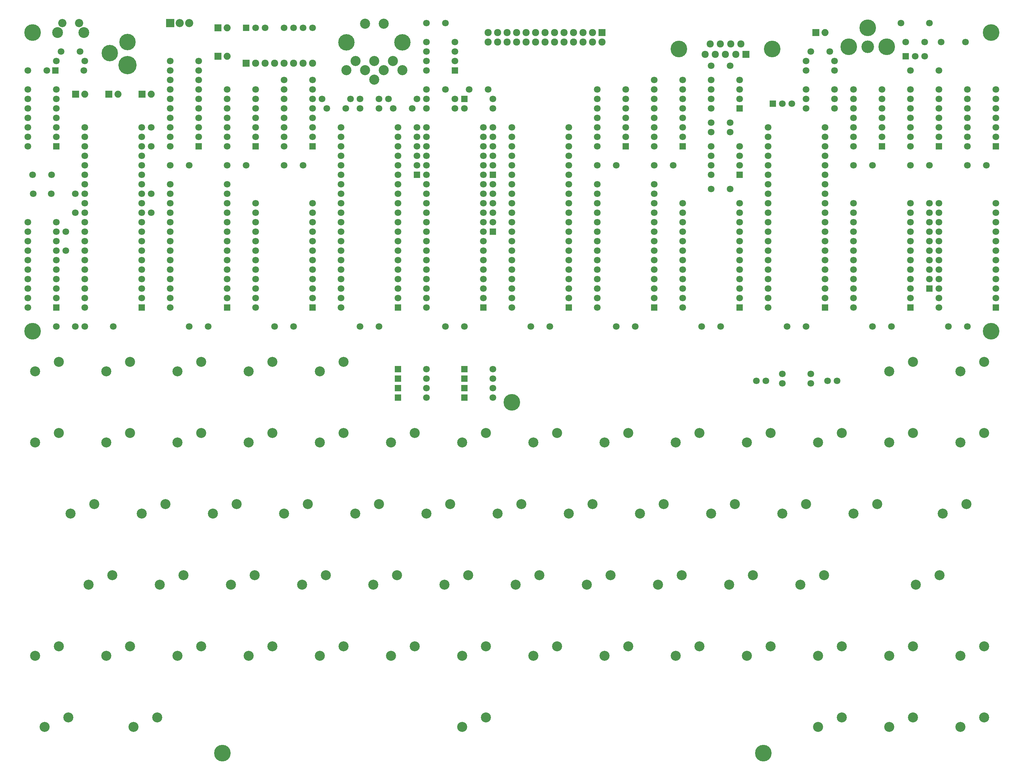
<source format=gbr>
G04 #@! TF.GenerationSoftware,KiCad,Pcbnew,(5.1.0)-1*
G04 #@! TF.CreationDate,2020-01-29T13:46:59-08:00*
G04 #@! TF.ProjectId,Radio-86RK,52616469-6f2d-4383-9652-4b2e6b696361,rev?*
G04 #@! TF.SameCoordinates,Original*
G04 #@! TF.FileFunction,Soldermask,Top*
G04 #@! TF.FilePolarity,Negative*
%FSLAX46Y46*%
G04 Gerber Fmt 4.6, Leading zero omitted, Abs format (unit mm)*
G04 Created by KiCad (PCBNEW (5.1.0)-1) date 2020-01-29 13:46:59*
%MOMM*%
%LPD*%
G04 APERTURE LIST*
%ADD10R,1.797000X1.797000*%
%ADD11C,1.797000*%
%ADD12C,1.890980*%
%ADD13R,1.890980X1.890980*%
%ADD14C,2.686000*%
%ADD15C,4.464000*%
%ADD16C,3.371800*%
%ADD17C,2.700000*%
%ADD18C,4.400000*%
%ADD19R,1.924000X1.924000*%
%ADD20C,1.924000*%
%ADD21C,2.899360*%
%ADD22C,2.200860*%
%ADD23C,2.178000*%
%ADD24R,2.178000X2.178000*%
%ADD25C,4.900000*%
%ADD26R,1.800000X1.800000*%
%ADD27C,1.800000*%
%ADD28C,4.448760*%
G04 APERTURE END LIST*
D10*
X132080000Y-85090000D03*
D11*
X132080000Y-82550000D03*
X132080000Y-80010000D03*
X132080000Y-77470000D03*
X132080000Y-74930000D03*
X132080000Y-72390000D03*
X132080000Y-69850000D03*
X132080000Y-67310000D03*
X132080000Y-64770000D03*
X132080000Y-62230000D03*
X132080000Y-59690000D03*
X132080000Y-57150000D03*
X132080000Y-54610000D03*
X132080000Y-52070000D03*
X132080000Y-49530000D03*
X132080000Y-46990000D03*
X132080000Y-44450000D03*
X132080000Y-41910000D03*
X132080000Y-39370000D03*
X132080000Y-36830000D03*
X116840000Y-36830000D03*
X116840000Y-39370000D03*
X116840000Y-41910000D03*
X116840000Y-44450000D03*
X116840000Y-46990000D03*
X116840000Y-49530000D03*
X116840000Y-52070000D03*
X116840000Y-54610000D03*
X116840000Y-57150000D03*
X116840000Y-59690000D03*
X116840000Y-62230000D03*
X116840000Y-64770000D03*
X116840000Y-67310000D03*
X116840000Y-69850000D03*
X116840000Y-72390000D03*
X116840000Y-74930000D03*
X116840000Y-77470000D03*
X116840000Y-80010000D03*
X116840000Y-82550000D03*
X116840000Y-85090000D03*
D10*
X127000000Y-29210000D03*
D11*
X134620000Y-29210000D03*
X107950000Y-31750000D03*
X113030000Y-31750000D03*
X124460000Y-31750000D03*
X116840000Y-31750000D03*
X128270000Y-26670000D03*
X133350000Y-26670000D03*
D10*
X170180000Y-41910000D03*
D11*
X170180000Y-39370000D03*
X170180000Y-36830000D03*
X170180000Y-34290000D03*
X170180000Y-31750000D03*
X170180000Y-29210000D03*
X170180000Y-26670000D03*
X162560000Y-26670000D03*
X162560000Y-29210000D03*
X162560000Y-31750000D03*
X162560000Y-34290000D03*
X162560000Y-36830000D03*
X162560000Y-39370000D03*
X162560000Y-41910000D03*
D10*
X185420000Y-41910000D03*
D11*
X185420000Y-39370000D03*
X185420000Y-36830000D03*
X185420000Y-34290000D03*
X185420000Y-31750000D03*
X185420000Y-29210000D03*
X185420000Y-26670000D03*
X185420000Y-24130000D03*
X177800000Y-24130000D03*
X177800000Y-26670000D03*
X177800000Y-29210000D03*
X177800000Y-31750000D03*
X177800000Y-34290000D03*
X177800000Y-36830000D03*
X177800000Y-39370000D03*
X177800000Y-41910000D03*
D10*
X200660000Y-31750000D03*
D11*
X200660000Y-29210000D03*
X200660000Y-26670000D03*
X200660000Y-24130000D03*
X193040000Y-24130000D03*
X193040000Y-26670000D03*
X193040000Y-29210000D03*
X193040000Y-31750000D03*
X193040000Y-49530000D03*
X193040000Y-46990000D03*
X193040000Y-44450000D03*
X193040000Y-41910000D03*
X200660000Y-41910000D03*
X200660000Y-44450000D03*
X200660000Y-46990000D03*
D10*
X200660000Y-49530000D03*
D12*
X34270000Y-27940000D03*
D13*
X31770000Y-27940000D03*
X22880000Y-27940000D03*
D12*
X25380000Y-27940000D03*
D13*
X60980000Y-10160000D03*
D12*
X63480000Y-10160000D03*
D14*
X151765000Y-118745000D03*
X145415000Y-121285000D03*
D15*
X139700000Y-110490000D03*
X11430000Y-91440000D03*
X267970000Y-91440000D03*
D11*
X162560000Y-85090000D03*
X162560000Y-82550000D03*
X162560000Y-80010000D03*
X162560000Y-77470000D03*
X162560000Y-74930000D03*
X162560000Y-72390000D03*
X162560000Y-69850000D03*
X162560000Y-67310000D03*
X162560000Y-64770000D03*
X162560000Y-62230000D03*
X162560000Y-59690000D03*
X162560000Y-57150000D03*
X162560000Y-54610000D03*
X162560000Y-52070000D03*
X177800000Y-52070000D03*
X177800000Y-54610000D03*
X177800000Y-57150000D03*
X177800000Y-59690000D03*
X177800000Y-62230000D03*
X177800000Y-64770000D03*
X177800000Y-67310000D03*
X177800000Y-69850000D03*
X177800000Y-72390000D03*
X177800000Y-74930000D03*
X177800000Y-77470000D03*
X177800000Y-80010000D03*
X177800000Y-82550000D03*
D10*
X177800000Y-85090000D03*
D11*
X139700000Y-85090000D03*
X139700000Y-82550000D03*
X139700000Y-80010000D03*
X139700000Y-77470000D03*
X139700000Y-74930000D03*
X139700000Y-72390000D03*
X139700000Y-69850000D03*
X139700000Y-67310000D03*
X139700000Y-64770000D03*
X139700000Y-62230000D03*
X139700000Y-59690000D03*
X139700000Y-57150000D03*
X139700000Y-54610000D03*
X139700000Y-52070000D03*
X139700000Y-49530000D03*
X139700000Y-46990000D03*
X139700000Y-44450000D03*
X139700000Y-41910000D03*
X139700000Y-39370000D03*
X139700000Y-36830000D03*
X154940000Y-36830000D03*
X154940000Y-39370000D03*
X154940000Y-41910000D03*
X154940000Y-44450000D03*
X154940000Y-46990000D03*
X154940000Y-49530000D03*
X154940000Y-52070000D03*
X154940000Y-54610000D03*
X154940000Y-57150000D03*
X154940000Y-59690000D03*
X154940000Y-62230000D03*
X154940000Y-64770000D03*
X154940000Y-67310000D03*
X154940000Y-69850000D03*
X154940000Y-72390000D03*
X154940000Y-74930000D03*
X154940000Y-77470000D03*
X154940000Y-80010000D03*
X154940000Y-82550000D03*
D10*
X154940000Y-85090000D03*
D11*
X78740000Y-41910000D03*
X78740000Y-39370000D03*
X78740000Y-36830000D03*
X78740000Y-34290000D03*
X78740000Y-31750000D03*
X78740000Y-29210000D03*
X78740000Y-26670000D03*
X78740000Y-24130000D03*
X86360000Y-24130000D03*
X86360000Y-26670000D03*
X86360000Y-29210000D03*
X86360000Y-31750000D03*
X86360000Y-34290000D03*
X86360000Y-36830000D03*
X86360000Y-39370000D03*
D10*
X86360000Y-41910000D03*
D11*
X185420000Y-85090000D03*
X185420000Y-82550000D03*
X185420000Y-80010000D03*
X185420000Y-77470000D03*
X185420000Y-74930000D03*
X185420000Y-72390000D03*
X185420000Y-69850000D03*
X185420000Y-67310000D03*
X185420000Y-64770000D03*
X185420000Y-62230000D03*
X185420000Y-59690000D03*
X185420000Y-57150000D03*
X200660000Y-57150000D03*
X200660000Y-59690000D03*
X200660000Y-62230000D03*
X200660000Y-64770000D03*
X200660000Y-67310000D03*
X200660000Y-69850000D03*
X200660000Y-72390000D03*
X200660000Y-74930000D03*
X200660000Y-77470000D03*
X200660000Y-80010000D03*
X200660000Y-82550000D03*
D10*
X200660000Y-85090000D03*
D11*
X63500000Y-41910000D03*
X63500000Y-39370000D03*
X63500000Y-36830000D03*
X63500000Y-34290000D03*
X63500000Y-31750000D03*
X63500000Y-29210000D03*
X63500000Y-26670000D03*
X71120000Y-26670000D03*
X71120000Y-29210000D03*
X71120000Y-31750000D03*
X71120000Y-34290000D03*
X71120000Y-36830000D03*
X71120000Y-39370000D03*
D10*
X71120000Y-41910000D03*
X63500000Y-85090000D03*
D11*
X63500000Y-82550000D03*
X63500000Y-80010000D03*
X63500000Y-77470000D03*
X63500000Y-74930000D03*
X63500000Y-72390000D03*
X63500000Y-69850000D03*
X63500000Y-67310000D03*
X63500000Y-64770000D03*
X63500000Y-62230000D03*
X63500000Y-59690000D03*
X63500000Y-57150000D03*
X63500000Y-54610000D03*
X63500000Y-52070000D03*
X48260000Y-52070000D03*
X48260000Y-54610000D03*
X48260000Y-57150000D03*
X48260000Y-59690000D03*
X48260000Y-62230000D03*
X48260000Y-64770000D03*
X48260000Y-67310000D03*
X48260000Y-69850000D03*
X48260000Y-72390000D03*
X48260000Y-74930000D03*
X48260000Y-77470000D03*
X48260000Y-80010000D03*
X48260000Y-82550000D03*
X48260000Y-85090000D03*
D10*
X109220000Y-85090000D03*
D11*
X109220000Y-82550000D03*
X109220000Y-80010000D03*
X109220000Y-77470000D03*
X109220000Y-74930000D03*
X109220000Y-72390000D03*
X109220000Y-69850000D03*
X109220000Y-67310000D03*
X109220000Y-64770000D03*
X109220000Y-62230000D03*
X109220000Y-59690000D03*
X109220000Y-57150000D03*
X109220000Y-54610000D03*
X109220000Y-52070000D03*
X109220000Y-49530000D03*
X109220000Y-46990000D03*
X109220000Y-44450000D03*
X109220000Y-41910000D03*
X109220000Y-39370000D03*
X109220000Y-36830000D03*
X93980000Y-36830000D03*
X93980000Y-39370000D03*
X93980000Y-41910000D03*
X93980000Y-44450000D03*
X93980000Y-46990000D03*
X93980000Y-49530000D03*
X93980000Y-52070000D03*
X93980000Y-54610000D03*
X93980000Y-57150000D03*
X93980000Y-59690000D03*
X93980000Y-62230000D03*
X93980000Y-64770000D03*
X93980000Y-67310000D03*
X93980000Y-69850000D03*
X93980000Y-72390000D03*
X93980000Y-74930000D03*
X93980000Y-77470000D03*
X93980000Y-80010000D03*
X93980000Y-82550000D03*
X93980000Y-85090000D03*
D10*
X40640000Y-85090000D03*
D11*
X40640000Y-82550000D03*
X40640000Y-80010000D03*
X40640000Y-77470000D03*
X40640000Y-74930000D03*
X40640000Y-72390000D03*
X40640000Y-69850000D03*
X40640000Y-67310000D03*
X40640000Y-64770000D03*
X40640000Y-62230000D03*
X40640000Y-59690000D03*
X40640000Y-57150000D03*
X40640000Y-54610000D03*
X40640000Y-52070000D03*
X40640000Y-49530000D03*
X40640000Y-46990000D03*
X40640000Y-44450000D03*
X40640000Y-41910000D03*
X40640000Y-39370000D03*
X40640000Y-36830000D03*
X25400000Y-36830000D03*
X25400000Y-39370000D03*
X25400000Y-41910000D03*
X25400000Y-44450000D03*
X25400000Y-46990000D03*
X25400000Y-49530000D03*
X25400000Y-52070000D03*
X25400000Y-54610000D03*
X25400000Y-57150000D03*
X25400000Y-59690000D03*
X25400000Y-62230000D03*
X25400000Y-64770000D03*
X25400000Y-67310000D03*
X25400000Y-69850000D03*
X25400000Y-72390000D03*
X25400000Y-74930000D03*
X25400000Y-77470000D03*
X25400000Y-80010000D03*
X25400000Y-82550000D03*
X25400000Y-85090000D03*
D10*
X238760000Y-41910000D03*
D11*
X238760000Y-39370000D03*
X238760000Y-36830000D03*
X238760000Y-34290000D03*
X238760000Y-31750000D03*
X238760000Y-29210000D03*
X238760000Y-26670000D03*
X231140000Y-26670000D03*
X231140000Y-29210000D03*
X231140000Y-31750000D03*
X231140000Y-34290000D03*
X231140000Y-36830000D03*
X231140000Y-39370000D03*
X231140000Y-41910000D03*
D14*
X89852500Y-156845000D03*
X83502500Y-159385000D03*
D11*
X208280000Y-85090000D03*
X208280000Y-82550000D03*
X208280000Y-80010000D03*
X208280000Y-77470000D03*
X208280000Y-74930000D03*
X208280000Y-72390000D03*
X208280000Y-69850000D03*
X208280000Y-67310000D03*
X208280000Y-64770000D03*
X208280000Y-62230000D03*
X208280000Y-59690000D03*
X208280000Y-57150000D03*
X208280000Y-54610000D03*
X208280000Y-52070000D03*
X208280000Y-49530000D03*
X208280000Y-46990000D03*
X208280000Y-44450000D03*
X208280000Y-41910000D03*
X208280000Y-39370000D03*
X208280000Y-36830000D03*
X223520000Y-36830000D03*
X223520000Y-39370000D03*
X223520000Y-41910000D03*
X223520000Y-44450000D03*
X223520000Y-46990000D03*
X223520000Y-49530000D03*
X223520000Y-52070000D03*
X223520000Y-54610000D03*
X223520000Y-57150000D03*
X223520000Y-59690000D03*
X223520000Y-62230000D03*
X223520000Y-64770000D03*
X223520000Y-67310000D03*
X223520000Y-69850000D03*
X223520000Y-72390000D03*
X223520000Y-74930000D03*
X223520000Y-77470000D03*
X223520000Y-80010000D03*
X223520000Y-82550000D03*
D10*
X223520000Y-85090000D03*
D14*
X75565000Y-99695000D03*
X69215000Y-102235000D03*
D11*
X134620000Y-101600000D03*
D10*
X127000000Y-101600000D03*
X109220000Y-101600000D03*
D11*
X116840000Y-101600000D03*
D14*
X247015000Y-99695000D03*
X240665000Y-102235000D03*
X88265000Y-102235000D03*
X94615000Y-99695000D03*
X221615000Y-197485000D03*
X227965000Y-194945000D03*
D11*
X116840000Y-109220000D03*
D10*
X109220000Y-109220000D03*
X109220000Y-106680000D03*
D11*
X116840000Y-106680000D03*
X116840000Y-104140000D03*
D10*
X109220000Y-104140000D03*
D14*
X231140000Y-140335000D03*
X237490000Y-137795000D03*
X208915000Y-118745000D03*
X202565000Y-121285000D03*
X37465000Y-118745000D03*
X31115000Y-121285000D03*
X56515000Y-118745000D03*
X50165000Y-121285000D03*
X75565000Y-118745000D03*
X69215000Y-121285000D03*
X94615000Y-118745000D03*
X88265000Y-121285000D03*
X113665000Y-118745000D03*
X107315000Y-121285000D03*
X132715000Y-118745000D03*
X126365000Y-121285000D03*
X170815000Y-118745000D03*
X164465000Y-121285000D03*
X189865000Y-118745000D03*
X183515000Y-121285000D03*
X227965000Y-118745000D03*
X221615000Y-121285000D03*
X223202500Y-156845000D03*
X216852500Y-159385000D03*
X18415000Y-118745000D03*
X12065000Y-121285000D03*
X170815000Y-175895000D03*
X164465000Y-178435000D03*
X189865000Y-175895000D03*
X183515000Y-178435000D03*
X208915000Y-175895000D03*
X202565000Y-178435000D03*
X51752500Y-156845000D03*
X45402500Y-159385000D03*
X113665000Y-175895000D03*
X107315000Y-178435000D03*
X75565000Y-175895000D03*
X69215000Y-178435000D03*
X85090000Y-137795000D03*
X78740000Y-140335000D03*
X108902500Y-156845000D03*
X102552500Y-159385000D03*
X127952500Y-156845000D03*
X121602500Y-159385000D03*
X147002500Y-156845000D03*
X140652500Y-159385000D03*
X180340000Y-137795000D03*
X173990000Y-140335000D03*
X166052500Y-156845000D03*
X159702500Y-159385000D03*
X185102500Y-156845000D03*
X178752500Y-159385000D03*
X204152500Y-156845000D03*
X197802500Y-159385000D03*
X145415000Y-178435000D03*
X151765000Y-175895000D03*
X132715000Y-175895000D03*
X126365000Y-178435000D03*
X199390000Y-137795000D03*
X193040000Y-140335000D03*
X218440000Y-137795000D03*
X212090000Y-140335000D03*
X46990000Y-137795000D03*
X40640000Y-140335000D03*
X104140000Y-137795000D03*
X97790000Y-140335000D03*
X70802500Y-156845000D03*
X64452500Y-159385000D03*
X123190000Y-137795000D03*
X116840000Y-140335000D03*
X161290000Y-137795000D03*
X154940000Y-140335000D03*
X94615000Y-175895000D03*
X88265000Y-178435000D03*
X66040000Y-137795000D03*
X59690000Y-140335000D03*
X142240000Y-137795000D03*
X135890000Y-140335000D03*
X37465000Y-175895000D03*
X31115000Y-178435000D03*
X27940000Y-137795000D03*
X21590000Y-140335000D03*
X32702500Y-156845000D03*
X26352500Y-159385000D03*
X259715000Y-178435000D03*
X266065000Y-175895000D03*
X247015000Y-194945000D03*
X240665000Y-197485000D03*
X132715000Y-194945000D03*
X126365000Y-197485000D03*
X266065000Y-99695000D03*
X259715000Y-102235000D03*
X37465000Y-99695000D03*
X31115000Y-102235000D03*
X56515000Y-99695000D03*
X50165000Y-102235000D03*
X18415000Y-99695000D03*
X12065000Y-102235000D03*
X227965000Y-175895000D03*
X221615000Y-178435000D03*
D11*
X134620000Y-104140000D03*
D10*
X127000000Y-104140000D03*
D11*
X134620000Y-106680000D03*
D10*
X127000000Y-106680000D03*
D11*
X134620000Y-109220000D03*
D10*
X127000000Y-109220000D03*
D15*
X11430000Y-11430000D03*
X267970000Y-11430000D03*
X62230000Y-204470000D03*
X207010000Y-204470000D03*
D11*
X218440000Y-21590000D03*
X226060000Y-21590000D03*
X226060000Y-19050000D03*
X218440000Y-19050000D03*
D14*
X56515000Y-175895000D03*
X50165000Y-178435000D03*
X254158750Y-156845000D03*
X247808750Y-159385000D03*
X240665000Y-178435000D03*
X247015000Y-175895000D03*
X266065000Y-194945000D03*
X259715000Y-197485000D03*
X261302500Y-137795000D03*
X254952500Y-140335000D03*
X266065000Y-118745000D03*
X259715000Y-121285000D03*
X247015000Y-118745000D03*
X240665000Y-121285000D03*
X14605000Y-197485000D03*
X20955000Y-194945000D03*
X44767500Y-194945000D03*
X38417500Y-197485000D03*
X18415000Y-175895000D03*
X12065000Y-178435000D03*
D11*
X43180000Y-41910000D03*
X43180000Y-36830000D03*
X17780000Y-90170000D03*
X22860000Y-90170000D03*
X172720000Y-90170000D03*
X167640000Y-90170000D03*
X195580000Y-90170000D03*
X190500000Y-90170000D03*
X121920000Y-90170000D03*
X127000000Y-90170000D03*
X149860000Y-90170000D03*
X144780000Y-90170000D03*
X104140000Y-90170000D03*
X99060000Y-90170000D03*
X218440000Y-90170000D03*
X213360000Y-90170000D03*
X53340000Y-90170000D03*
X58420000Y-90170000D03*
X76200000Y-90170000D03*
X81280000Y-90170000D03*
X241300000Y-90170000D03*
X236220000Y-90170000D03*
X78740000Y-46990000D03*
X83820000Y-46990000D03*
X261620000Y-90170000D03*
X256540000Y-90170000D03*
X53340000Y-46990000D03*
X48260000Y-46990000D03*
X15240000Y-21590000D03*
X10160000Y-21590000D03*
X246380000Y-46990000D03*
X251460000Y-46990000D03*
X236220000Y-46990000D03*
X231140000Y-46990000D03*
X63500000Y-46990000D03*
X68580000Y-46990000D03*
X266700000Y-46990000D03*
X261620000Y-46990000D03*
X162560000Y-46990000D03*
X167640000Y-46990000D03*
X121920000Y-26670000D03*
X116840000Y-26670000D03*
X177800000Y-46990000D03*
X182880000Y-46990000D03*
X193040000Y-53340000D03*
X198120000Y-53340000D03*
X193040000Y-35560000D03*
X198120000Y-35560000D03*
X20320000Y-69850000D03*
X20320000Y-64770000D03*
X198120000Y-38100000D03*
X193040000Y-38100000D03*
X198120000Y-20320000D03*
X193040000Y-20320000D03*
X43180000Y-59690000D03*
X43180000Y-54610000D03*
X116840000Y-8890000D03*
X121920000Y-8890000D03*
X99060000Y-31750000D03*
X104140000Y-31750000D03*
D13*
X40660000Y-27940000D03*
D12*
X43160000Y-27940000D03*
X223500000Y-11430000D03*
D13*
X221000000Y-11430000D03*
D11*
X24130000Y-16510000D03*
X19050000Y-16510000D03*
X104140000Y-29210000D03*
X99060000Y-29210000D03*
X219710000Y-16510000D03*
X224790000Y-16510000D03*
X90170000Y-31750000D03*
X95250000Y-31750000D03*
X25082500Y-21590000D03*
D10*
X17462500Y-21590000D03*
D11*
X205105000Y-104775000D03*
X207645000Y-104775000D03*
X226695000Y-104775000D03*
X224155000Y-104775000D03*
D15*
X234950000Y-10160000D03*
X240030000Y-15240000D03*
X229870000Y-15240000D03*
D16*
X234950000Y-15240000D03*
D17*
X102870000Y-19050000D03*
X97870000Y-19050000D03*
X95370000Y-21550000D03*
X102870000Y-24050000D03*
X105370000Y-21550000D03*
X107870000Y-19050000D03*
D18*
X95370000Y-14050000D03*
D17*
X100370000Y-21550000D03*
X110370000Y-21550000D03*
X100370000Y-9050000D03*
D18*
X110370000Y-14050000D03*
D17*
X105370000Y-9050000D03*
D19*
X163830000Y-11430000D03*
D20*
X163830000Y-13970000D03*
X161290000Y-11430000D03*
X161290000Y-13970000D03*
X158750000Y-11430000D03*
X158750000Y-13970000D03*
X156210000Y-11430000D03*
X156210000Y-13970000D03*
X153670000Y-11430000D03*
X153670000Y-13970000D03*
X151130000Y-11430000D03*
X151130000Y-13970000D03*
X148590000Y-11430000D03*
X148590000Y-13970000D03*
X146050000Y-11430000D03*
X146050000Y-13970000D03*
X143510000Y-11430000D03*
X143510000Y-13970000D03*
X140970000Y-11430000D03*
X140970000Y-13970000D03*
X138430000Y-11430000D03*
X138430000Y-13970000D03*
X135890000Y-11430000D03*
X135890000Y-13970000D03*
X133350000Y-11430000D03*
X133350000Y-13970000D03*
D10*
X209550000Y-30480000D03*
D11*
X212090000Y-30480000D03*
X214630000Y-30480000D03*
X251460000Y-8890000D03*
X243840000Y-8890000D03*
X116840000Y-29210000D03*
X124460000Y-29210000D03*
X226060000Y-26670000D03*
X218440000Y-26670000D03*
X25400000Y-90170000D03*
X33020000Y-90170000D03*
X134620000Y-31750000D03*
X127000000Y-31750000D03*
X218440000Y-29210000D03*
X226060000Y-29210000D03*
X226060000Y-31750000D03*
X218440000Y-31750000D03*
X254000000Y-21590000D03*
X246380000Y-21590000D03*
X219710000Y-102870000D03*
X212090000Y-102870000D03*
X212090000Y-105410000D03*
X219710000Y-105410000D03*
X17780000Y-19050000D03*
X25400000Y-19050000D03*
X96520000Y-29210000D03*
X88900000Y-29210000D03*
X114300000Y-29210000D03*
X106680000Y-29210000D03*
D10*
X251460000Y-80010000D03*
D11*
X251460000Y-77470000D03*
X251460000Y-74930000D03*
X251460000Y-72390000D03*
X251460000Y-69850000D03*
X251460000Y-67310000D03*
X251460000Y-64770000D03*
X251460000Y-62230000D03*
X251460000Y-59690000D03*
X251460000Y-57150000D03*
X261061200Y-13970000D03*
X254558800Y-13970000D03*
D21*
X25092660Y-11430000D03*
X18092420Y-11430000D03*
D22*
X23842980Y-8930640D03*
X19342100Y-8930640D03*
D10*
X17780000Y-85090000D03*
D11*
X17780000Y-82550000D03*
X17780000Y-80010000D03*
X17780000Y-77470000D03*
X17780000Y-74930000D03*
X17780000Y-72390000D03*
X17780000Y-69850000D03*
X17780000Y-67310000D03*
X17780000Y-64770000D03*
X17780000Y-62230000D03*
X10160000Y-62230000D03*
X10160000Y-64770000D03*
X10160000Y-67310000D03*
X10160000Y-69850000D03*
X10160000Y-72390000D03*
X10160000Y-74930000D03*
X10160000Y-77470000D03*
X10160000Y-80010000D03*
X10160000Y-82550000D03*
X10160000Y-85090000D03*
D10*
X86360000Y-85090000D03*
D11*
X86360000Y-82550000D03*
X86360000Y-80010000D03*
X86360000Y-77470000D03*
X86360000Y-74930000D03*
X86360000Y-72390000D03*
X86360000Y-69850000D03*
X86360000Y-67310000D03*
X86360000Y-64770000D03*
X86360000Y-62230000D03*
X86360000Y-59690000D03*
X86360000Y-57150000D03*
X71120000Y-57150000D03*
X71120000Y-59690000D03*
X71120000Y-62230000D03*
X71120000Y-64770000D03*
X71120000Y-67310000D03*
X71120000Y-69850000D03*
X71120000Y-72390000D03*
X71120000Y-74930000D03*
X71120000Y-77470000D03*
X71120000Y-80010000D03*
X71120000Y-82550000D03*
X71120000Y-85090000D03*
X231140000Y-85090000D03*
X231140000Y-82550000D03*
X231140000Y-80010000D03*
X231140000Y-77470000D03*
X231140000Y-74930000D03*
X231140000Y-72390000D03*
X231140000Y-69850000D03*
X231140000Y-67310000D03*
X231140000Y-64770000D03*
X231140000Y-62230000D03*
X231140000Y-59690000D03*
X231140000Y-57150000D03*
X246380000Y-57150000D03*
X246380000Y-59690000D03*
X246380000Y-62230000D03*
X246380000Y-64770000D03*
X246380000Y-67310000D03*
X246380000Y-69850000D03*
X246380000Y-72390000D03*
X246380000Y-74930000D03*
X246380000Y-77470000D03*
X246380000Y-80010000D03*
X246380000Y-82550000D03*
D10*
X246380000Y-85090000D03*
X269240000Y-85090000D03*
D11*
X269240000Y-82550000D03*
X269240000Y-80010000D03*
X269240000Y-77470000D03*
X269240000Y-74930000D03*
X269240000Y-72390000D03*
X269240000Y-69850000D03*
X269240000Y-67310000D03*
X269240000Y-64770000D03*
X269240000Y-62230000D03*
X269240000Y-59690000D03*
X269240000Y-57150000D03*
X254000000Y-57150000D03*
X254000000Y-59690000D03*
X254000000Y-62230000D03*
X254000000Y-64770000D03*
X254000000Y-67310000D03*
X254000000Y-69850000D03*
X254000000Y-72390000D03*
X254000000Y-74930000D03*
X254000000Y-77470000D03*
X254000000Y-80010000D03*
X254000000Y-82550000D03*
X254000000Y-85090000D03*
D10*
X17780000Y-41910000D03*
D11*
X17780000Y-39370000D03*
X17780000Y-36830000D03*
X17780000Y-34290000D03*
X17780000Y-31750000D03*
X17780000Y-29210000D03*
X17780000Y-26670000D03*
X10160000Y-26670000D03*
X10160000Y-29210000D03*
X10160000Y-31750000D03*
X10160000Y-34290000D03*
X10160000Y-36830000D03*
X10160000Y-39370000D03*
X10160000Y-41910000D03*
X246380000Y-41910000D03*
X246380000Y-39370000D03*
X246380000Y-36830000D03*
X246380000Y-34290000D03*
X246380000Y-31750000D03*
X246380000Y-29210000D03*
X246380000Y-26670000D03*
X254000000Y-26670000D03*
X254000000Y-29210000D03*
X254000000Y-31750000D03*
X254000000Y-34290000D03*
X254000000Y-36830000D03*
X254000000Y-39370000D03*
D10*
X254000000Y-41910000D03*
X269240000Y-41910000D03*
D11*
X269240000Y-39370000D03*
X269240000Y-36830000D03*
X269240000Y-34290000D03*
X269240000Y-31750000D03*
X269240000Y-29210000D03*
X269240000Y-26670000D03*
X261620000Y-26670000D03*
X261620000Y-29210000D03*
X261620000Y-31750000D03*
X261620000Y-34290000D03*
X261620000Y-36830000D03*
X261620000Y-39370000D03*
X261620000Y-41910000D03*
D10*
X124460000Y-21590000D03*
D11*
X124460000Y-19050000D03*
X124460000Y-16510000D03*
X124460000Y-13970000D03*
X116840000Y-13970000D03*
X116840000Y-16510000D03*
X116840000Y-19050000D03*
X116840000Y-21590000D03*
D23*
X50800000Y-8890000D03*
X53340000Y-8890000D03*
D24*
X48260000Y-8890000D03*
D11*
X11529060Y-54610000D03*
X16410940Y-54610000D03*
X22860000Y-54610000D03*
X22860000Y-59690000D03*
D10*
X134620000Y-49530000D03*
D11*
X134620000Y-46990000D03*
X134620000Y-44450000D03*
X134620000Y-41910000D03*
X134620000Y-39370000D03*
X134620000Y-36830000D03*
D10*
X114300000Y-49530000D03*
D11*
X114300000Y-46990000D03*
X114300000Y-44450000D03*
X114300000Y-41910000D03*
X114300000Y-39370000D03*
X114300000Y-36830000D03*
X134620000Y-52070000D03*
X134620000Y-54610000D03*
X134620000Y-57150000D03*
X134620000Y-59690000D03*
X134620000Y-62230000D03*
D10*
X134620000Y-64770000D03*
X55880000Y-41910000D03*
D11*
X55880000Y-39370000D03*
X55880000Y-36830000D03*
X55880000Y-34290000D03*
X55880000Y-31750000D03*
X55880000Y-29210000D03*
X55880000Y-26670000D03*
X55880000Y-24130000D03*
X55880000Y-21590000D03*
X55880000Y-19050000D03*
X48260000Y-19050000D03*
X48260000Y-21590000D03*
X48260000Y-24130000D03*
X48260000Y-26670000D03*
X48260000Y-29210000D03*
X48260000Y-31750000D03*
X48260000Y-34290000D03*
X48260000Y-36830000D03*
X48260000Y-39370000D03*
X48260000Y-41910000D03*
X250190000Y-13970000D03*
X245110000Y-13970000D03*
D10*
X245110000Y-17780000D03*
D11*
X247650000Y-17780000D03*
X250190000Y-17780000D03*
D18*
X36830000Y-13970000D03*
D25*
X36830000Y-20170140D03*
D18*
X32029400Y-16969740D03*
D19*
X68580000Y-19685000D03*
D20*
X71120000Y-19685000D03*
X73660000Y-19685000D03*
X76200000Y-19685000D03*
X78740000Y-19685000D03*
X81280000Y-19685000D03*
X83820000Y-19685000D03*
X86360000Y-19685000D03*
D26*
X68580000Y-10160000D03*
D27*
X71120000Y-10160000D03*
X73660000Y-10160000D03*
X78740000Y-10160000D03*
X81280000Y-10160000D03*
X83820000Y-10160000D03*
X86360000Y-10160000D03*
D13*
X60980000Y-17780000D03*
D12*
X63480000Y-17780000D03*
D28*
X209344260Y-15875000D03*
X184355740Y-15875000D03*
D19*
X202336400Y-17297400D03*
D20*
X199593200Y-17297400D03*
X196850000Y-17297400D03*
X194106800Y-17297400D03*
X191363600Y-17297400D03*
X192735200Y-14452600D03*
X195478400Y-14452600D03*
X198247000Y-14452600D03*
X200964800Y-14452600D03*
D11*
X16510000Y-49530000D03*
X11430000Y-49530000D03*
M02*

</source>
